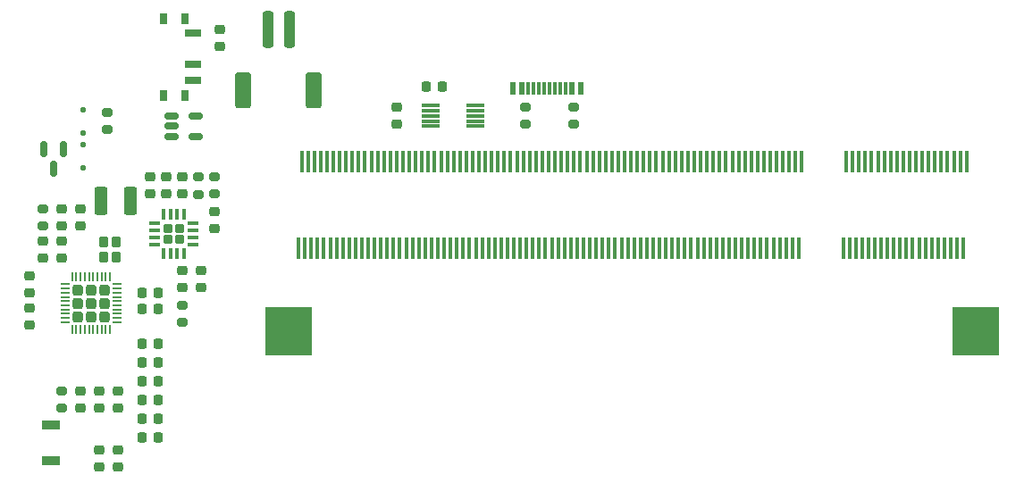
<source format=gbr>
%TF.GenerationSoftware,KiCad,Pcbnew,7.0.2*%
%TF.CreationDate,2023-06-20T04:31:58+02:00*%
%TF.ProjectId,SenseU_Mainboard,53656e73-6555-45f4-9d61-696e626f6172,rev?*%
%TF.SameCoordinates,Original*%
%TF.FileFunction,Paste,Top*%
%TF.FilePolarity,Positive*%
%FSLAX46Y46*%
G04 Gerber Fmt 4.6, Leading zero omitted, Abs format (unit mm)*
G04 Created by KiCad (PCBNEW 7.0.2) date 2023-06-20 04:31:58*
%MOMM*%
%LPD*%
G01*
G04 APERTURE LIST*
G04 Aperture macros list*
%AMRoundRect*
0 Rectangle with rounded corners*
0 $1 Rounding radius*
0 $2 $3 $4 $5 $6 $7 $8 $9 X,Y pos of 4 corners*
0 Add a 4 corners polygon primitive as box body*
4,1,4,$2,$3,$4,$5,$6,$7,$8,$9,$2,$3,0*
0 Add four circle primitives for the rounded corners*
1,1,$1+$1,$2,$3*
1,1,$1+$1,$4,$5*
1,1,$1+$1,$6,$7*
1,1,$1+$1,$8,$9*
0 Add four rect primitives between the rounded corners*
20,1,$1+$1,$2,$3,$4,$5,0*
20,1,$1+$1,$4,$5,$6,$7,0*
20,1,$1+$1,$6,$7,$8,$9,0*
20,1,$1+$1,$8,$9,$2,$3,0*%
G04 Aperture macros list end*
%ADD10RoundRect,0.225000X0.250000X-0.225000X0.250000X0.225000X-0.250000X0.225000X-0.250000X-0.225000X0*%
%ADD11RoundRect,0.218750X0.256250X-0.218750X0.256250X0.218750X-0.256250X0.218750X-0.256250X-0.218750X0*%
%ADD12RoundRect,0.225000X0.225000X0.250000X-0.225000X0.250000X-0.225000X-0.250000X0.225000X-0.250000X0*%
%ADD13RoundRect,0.200000X-0.275000X0.200000X-0.275000X-0.200000X0.275000X-0.200000X0.275000X0.200000X0*%
%ADD14RoundRect,0.225000X-0.250000X0.225000X-0.250000X-0.225000X0.250000X-0.225000X0.250000X0.225000X0*%
%ADD15R,1.500000X0.700000*%
%ADD16R,0.800000X1.000000*%
%ADD17R,1.700000X0.900000*%
%ADD18RoundRect,0.225000X-0.225000X-0.250000X0.225000X-0.250000X0.225000X0.250000X-0.225000X0.250000X0*%
%ADD19RoundRect,0.150000X-0.150000X0.587500X-0.150000X-0.587500X0.150000X-0.587500X0.150000X0.587500X0*%
%ADD20RoundRect,0.218750X-0.256250X0.218750X-0.256250X-0.218750X0.256250X-0.218750X0.256250X0.218750X0*%
%ADD21RoundRect,0.200000X0.275000X-0.200000X0.275000X0.200000X-0.275000X0.200000X-0.275000X-0.200000X0*%
%ADD22RoundRect,0.150000X-0.512500X-0.150000X0.512500X-0.150000X0.512500X0.150000X-0.512500X0.150000X0*%
%ADD23RoundRect,0.125000X-0.125000X0.125000X-0.125000X-0.125000X0.125000X-0.125000X0.125000X0.125000X0*%
%ADD24RoundRect,0.011200X0.783800X0.128800X-0.783800X0.128800X-0.783800X-0.128800X0.783800X-0.128800X0*%
%ADD25RoundRect,0.102000X-0.323000X0.373000X-0.323000X-0.373000X0.323000X-0.373000X0.323000X0.373000X0*%
%ADD26R,0.600000X1.150000*%
%ADD27R,0.300000X1.150000*%
%ADD28RoundRect,0.217500X-0.217500X-0.217500X0.217500X-0.217500X0.217500X0.217500X-0.217500X0.217500X0*%
%ADD29RoundRect,0.075000X-0.462500X-0.075000X0.462500X-0.075000X0.462500X0.075000X-0.462500X0.075000X0*%
%ADD30RoundRect,0.075000X-0.075000X-0.462500X0.075000X-0.462500X0.075000X0.462500X-0.075000X0.462500X0*%
%ADD31RoundRect,0.250000X-0.250000X-1.500000X0.250000X-1.500000X0.250000X1.500000X-0.250000X1.500000X0*%
%ADD32RoundRect,0.250001X-0.499999X-1.449999X0.499999X-1.449999X0.499999X1.449999X-0.499999X1.449999X0*%
%ADD33RoundRect,0.250000X0.375000X1.075000X-0.375000X1.075000X-0.375000X-1.075000X0.375000X-1.075000X0*%
%ADD34R,0.350000X2.000000*%
%ADD35R,4.500000X4.600000*%
%ADD36RoundRect,0.250000X-0.260000X-0.260000X0.260000X-0.260000X0.260000X0.260000X-0.260000X0.260000X0*%
%ADD37RoundRect,0.050000X-0.337500X-0.050000X0.337500X-0.050000X0.337500X0.050000X-0.337500X0.050000X0*%
%ADD38RoundRect,0.050000X-0.050000X-0.337500X0.050000X-0.337500X0.050000X0.337500X-0.050000X0.337500X0*%
G04 APERTURE END LIST*
D10*
%TO.C,C5*%
X132334000Y-104407000D03*
X132334000Y-102857000D03*
%TD*%
D11*
%TO.C,D4*%
X112014000Y-119913500D03*
X112014000Y-118338500D03*
%TD*%
D12*
%TO.C,C6*%
X136665000Y-100838000D03*
X135115000Y-100838000D03*
%TD*%
D13*
%TO.C,R5*%
X112014000Y-121603000D03*
X112014000Y-123253000D03*
%TD*%
D14*
%TO.C,C11*%
X104140000Y-129781000D03*
X104140000Y-131331000D03*
%TD*%
D15*
%TO.C,S1*%
X113002000Y-95794000D03*
X113002000Y-98794000D03*
X113002000Y-100294000D03*
D16*
X112302000Y-94394000D03*
X110202000Y-94394000D03*
X110202000Y-101694000D03*
X112302000Y-101694000D03*
%TD*%
D17*
%TO.C,RST1*%
X99568000Y-136320000D03*
X99568000Y-132920000D03*
%TD*%
D18*
%TO.C,C17*%
X108191000Y-120396000D03*
X109741000Y-120396000D03*
%TD*%
D19*
%TO.C,Q1*%
X100772000Y-106758500D03*
X98872000Y-106758500D03*
X99822000Y-108633500D03*
%TD*%
D20*
%TO.C,F1*%
X115570000Y-95478500D03*
X115570000Y-97053500D03*
%TD*%
D13*
%TO.C,R2*%
X144526000Y-102807000D03*
X144526000Y-104457000D03*
%TD*%
D18*
%TO.C,C19*%
X108191000Y-134112000D03*
X109741000Y-134112000D03*
%TD*%
D21*
%TO.C,R3*%
X104902000Y-104965000D03*
X104902000Y-103315000D03*
%TD*%
D11*
%TO.C,L3*%
X100584000Y-114071500D03*
X100584000Y-112496500D03*
%TD*%
D18*
%TO.C,C8*%
X108191000Y-127000000D03*
X109741000Y-127000000D03*
%TD*%
%TO.C,C10*%
X108191000Y-125222000D03*
X109741000Y-125222000D03*
%TD*%
D11*
%TO.C,L2*%
X100584000Y-117119500D03*
X100584000Y-115544500D03*
%TD*%
D10*
%TO.C,C7*%
X98806000Y-117107000D03*
X98806000Y-115557000D03*
%TD*%
D14*
%TO.C,C1*%
X113792000Y-118351000D03*
X113792000Y-119901000D03*
%TD*%
D10*
%TO.C,C16*%
X102362000Y-114059000D03*
X102362000Y-112509000D03*
%TD*%
D13*
%TO.C,R1*%
X149098000Y-102807000D03*
X149098000Y-104457000D03*
%TD*%
D22*
%TO.C,U1*%
X111027500Y-103670500D03*
X111027500Y-104620500D03*
X111027500Y-105570500D03*
X113302500Y-105570500D03*
X113302500Y-103670500D03*
%TD*%
D23*
%TO.C,D1*%
X102616000Y-106342000D03*
X102616000Y-108542000D03*
%TD*%
D24*
%TO.C,U3*%
X139783000Y-104632000D03*
X139783000Y-104132000D03*
X139783000Y-103632000D03*
X139783000Y-103132000D03*
X139783000Y-102632000D03*
X135553000Y-102632000D03*
X135553000Y-103132000D03*
X135553000Y-103632000D03*
X135553000Y-104132000D03*
X135553000Y-104632000D03*
%TD*%
D21*
%TO.C,R6*%
X113506000Y-111093000D03*
X113506000Y-109443000D03*
%TD*%
D14*
%TO.C,C2*%
X110490000Y-109461000D03*
X110490000Y-111011000D03*
%TD*%
D18*
%TO.C,C14*%
X108191000Y-132334000D03*
X109741000Y-132334000D03*
%TD*%
D14*
%TO.C,C20*%
X105918000Y-129781000D03*
X105918000Y-131331000D03*
%TD*%
D25*
%TO.C,X1*%
X104581000Y-115607000D03*
X104581000Y-117057000D03*
X105731000Y-117057000D03*
X105731000Y-115607000D03*
%TD*%
D26*
%TO.C,J1*%
X149758000Y-101021000D03*
X148958000Y-101021000D03*
D27*
X147808000Y-101021000D03*
X146808000Y-101021000D03*
X146308000Y-101021000D03*
X145308000Y-101021000D03*
D26*
X143358000Y-101021000D03*
X144158000Y-101021000D03*
D27*
X144808000Y-101021000D03*
X145808000Y-101021000D03*
X147308000Y-101021000D03*
X148308000Y-101021000D03*
%TD*%
D18*
%TO.C,C12*%
X108191000Y-130556000D03*
X109741000Y-130556000D03*
%TD*%
D21*
%TO.C,R4*%
X115062000Y-111061000D03*
X115062000Y-109411000D03*
%TD*%
D20*
%TO.C,L4*%
X105918000Y-135356500D03*
X105918000Y-136931500D03*
%TD*%
D14*
%TO.C,C3*%
X112014000Y-109461000D03*
X112014000Y-111011000D03*
%TD*%
D28*
%TO.C,U2*%
X110680000Y-114300000D03*
X110680000Y-115380000D03*
X111760000Y-114300000D03*
X111760000Y-115380000D03*
D29*
X109382500Y-113865000D03*
X109382500Y-114515000D03*
X109382500Y-115165000D03*
X109382500Y-115815000D03*
D30*
X110245000Y-116677500D03*
X110895000Y-116677500D03*
X111545000Y-116677500D03*
X112195000Y-116677500D03*
D29*
X113057500Y-115815000D03*
X113057500Y-115165000D03*
X113057500Y-114515000D03*
X113057500Y-113865000D03*
D30*
X112195000Y-113002500D03*
X111545000Y-113002500D03*
X110895000Y-113002500D03*
X110245000Y-113002500D03*
%TD*%
D13*
%TO.C,R7*%
X98806000Y-112459000D03*
X98806000Y-114109000D03*
%TD*%
D31*
%TO.C,J2*%
X120158000Y-95448000D03*
X122158000Y-95448000D03*
D32*
X117808000Y-101198000D03*
X124508000Y-101198000D03*
%TD*%
D33*
%TO.C,L1*%
X107096000Y-111728000D03*
X104296000Y-111728000D03*
%TD*%
D20*
%TO.C,D3*%
X115062000Y-112750500D03*
X115062000Y-114325500D03*
%TD*%
%TO.C,F2*%
X97536000Y-118846500D03*
X97536000Y-120421500D03*
%TD*%
%TO.C,L5*%
X104140000Y-135356500D03*
X104140000Y-136931500D03*
%TD*%
D18*
%TO.C,C18*%
X108191000Y-121920000D03*
X109741000Y-121920000D03*
%TD*%
D10*
%TO.C,C4*%
X108966000Y-111011000D03*
X108966000Y-109461000D03*
%TD*%
D18*
%TO.C,C13*%
X108191000Y-128778000D03*
X109741000Y-128778000D03*
%TD*%
D14*
%TO.C,C9*%
X102362000Y-129781000D03*
X102362000Y-131331000D03*
%TD*%
D34*
%TO.C,J4*%
X186336000Y-108005500D03*
X186036000Y-116205500D03*
X185736000Y-108005500D03*
X185436000Y-116205500D03*
X185136000Y-108005500D03*
X184836000Y-116205500D03*
X184536000Y-108005500D03*
X184236000Y-116205500D03*
X183936000Y-108005500D03*
X183636000Y-116205500D03*
X183336000Y-108005500D03*
X183036000Y-116205500D03*
X182736000Y-108005500D03*
X182436000Y-116205500D03*
X182136000Y-108005500D03*
X181836000Y-116205500D03*
X181536000Y-108005500D03*
X181236000Y-116205500D03*
X180936000Y-108005500D03*
X180636000Y-116205500D03*
X180336000Y-108005500D03*
X180036000Y-116205500D03*
X179736000Y-108005500D03*
X179436000Y-116205500D03*
X179136000Y-108005500D03*
X178836000Y-116205500D03*
X178536000Y-108005500D03*
X178236000Y-116205500D03*
X177936000Y-108005500D03*
X177636000Y-116205500D03*
X177336000Y-108005500D03*
X177036000Y-116205500D03*
X176736000Y-108005500D03*
X176436000Y-116205500D03*
X176136000Y-108005500D03*
X175836000Y-116205500D03*
X175536000Y-108005500D03*
X175236000Y-116205500D03*
X174936000Y-108005500D03*
X174636000Y-116205500D03*
X170736000Y-108005500D03*
X170436000Y-116205500D03*
X170136000Y-108005500D03*
X169836000Y-116205500D03*
X169536000Y-108005500D03*
X169236000Y-116205500D03*
X168936000Y-108005500D03*
X168636000Y-116205500D03*
X168336000Y-108005500D03*
X168036000Y-116205500D03*
X167736000Y-108005500D03*
X167436000Y-116205500D03*
X167136000Y-108005500D03*
X166836000Y-116205500D03*
X166536000Y-108005500D03*
X166236000Y-116205500D03*
X165936000Y-108005500D03*
X165636000Y-116205500D03*
X165336000Y-108005500D03*
X165036000Y-116205500D03*
X164736000Y-108005500D03*
X164436000Y-116205500D03*
X164136000Y-108005500D03*
X163836000Y-116205500D03*
X163536000Y-108005500D03*
X163236000Y-116205500D03*
X162936000Y-108005500D03*
X162636000Y-116205500D03*
X162336000Y-108005500D03*
X162036000Y-116205500D03*
X161736000Y-108005500D03*
X161436000Y-116205500D03*
X161136000Y-108005500D03*
X160836000Y-116205500D03*
X160536000Y-108005500D03*
X160236000Y-116205500D03*
X159936000Y-108005500D03*
X159636000Y-116205500D03*
X159336000Y-108005500D03*
X159036000Y-116205500D03*
X158736000Y-108005500D03*
X158436000Y-116205500D03*
X158136000Y-108005500D03*
X157836000Y-116205500D03*
X157536000Y-108005500D03*
X157236000Y-116205500D03*
X156936000Y-108005500D03*
X156636000Y-116205500D03*
X156336000Y-108005500D03*
X156036000Y-116205500D03*
X155736000Y-108005500D03*
X155436000Y-116205500D03*
X155136000Y-108005500D03*
X154836000Y-116205500D03*
X154536000Y-108005500D03*
X154236000Y-116205500D03*
X153936000Y-108005500D03*
X153636000Y-116205500D03*
X153336000Y-108005500D03*
X153036000Y-116205500D03*
X152736000Y-108005500D03*
X152436000Y-116205500D03*
X152136000Y-108005500D03*
X151836000Y-116205500D03*
X151536000Y-108005500D03*
X151236000Y-116205500D03*
X150936000Y-108005500D03*
X150636000Y-116205500D03*
X150336000Y-108005500D03*
X150036000Y-116205500D03*
X149736000Y-108005500D03*
X149436000Y-116205500D03*
X149136000Y-108005500D03*
X148836000Y-116205500D03*
X148536000Y-108005500D03*
X148236000Y-116205500D03*
X147936000Y-108005500D03*
X147636000Y-116205500D03*
X147336000Y-108005500D03*
X147036000Y-116205500D03*
X146736000Y-108005500D03*
X146436000Y-116205500D03*
X146136000Y-108005500D03*
X145836000Y-116205500D03*
X145536000Y-108005500D03*
X145236000Y-116205500D03*
X144936000Y-108005500D03*
X144636000Y-116205500D03*
X144336000Y-108005500D03*
X144036000Y-116205500D03*
X143736000Y-108005500D03*
X143436000Y-116205500D03*
X143136000Y-108005500D03*
X142836000Y-116205500D03*
X142536000Y-108005500D03*
X142236000Y-116205500D03*
X141936000Y-108005500D03*
X141636000Y-116205500D03*
X141336000Y-108005500D03*
X141036000Y-116205500D03*
X140736000Y-108005500D03*
X140436000Y-116205500D03*
X140136000Y-108005500D03*
X139836000Y-116205500D03*
X139536000Y-108005500D03*
X139236000Y-116205500D03*
X138936000Y-108005500D03*
X138636000Y-116205500D03*
X138336000Y-108005500D03*
X138036000Y-116205500D03*
X137736000Y-108005500D03*
X137436000Y-116205500D03*
X137136000Y-108005500D03*
X136836000Y-116205500D03*
X136536000Y-108005500D03*
X136236000Y-116205500D03*
X135936000Y-108005500D03*
X135636000Y-116205500D03*
X135336000Y-108005500D03*
X135036000Y-116205500D03*
X134736000Y-108005500D03*
X134436000Y-116205500D03*
X134136000Y-108005500D03*
X133836000Y-116205500D03*
X133536000Y-108005500D03*
X133236000Y-116205500D03*
X132936000Y-108005500D03*
X132636000Y-116205500D03*
X132336000Y-108005500D03*
X132036000Y-116205500D03*
X131736000Y-108005500D03*
X131436000Y-116205500D03*
X131136000Y-108005500D03*
X130836000Y-116205500D03*
X130536000Y-108005500D03*
X130236000Y-116205500D03*
X129936000Y-108005500D03*
X129636000Y-116205500D03*
X129336000Y-108005500D03*
X129036000Y-116205500D03*
X128736000Y-108005500D03*
X128436000Y-116205500D03*
X128136000Y-108005500D03*
X127836000Y-116205500D03*
X127536000Y-108005500D03*
X127236000Y-116205500D03*
X126936000Y-108005500D03*
X126636000Y-116205500D03*
X126336000Y-108005500D03*
X126036000Y-116205500D03*
X125736000Y-108005500D03*
X125436000Y-116205500D03*
X125136000Y-108005500D03*
X124836000Y-116205500D03*
X124536000Y-108005500D03*
X124236000Y-116205500D03*
X123936000Y-108005500D03*
X123636000Y-116205500D03*
X123336000Y-108005500D03*
X123036000Y-116205500D03*
D35*
X187236000Y-124105500D03*
X122136000Y-124105500D03*
%TD*%
D36*
%TO.C,U4*%
X102108000Y-120142000D03*
X102108000Y-121412000D03*
X102108000Y-122682000D03*
X103378000Y-120142000D03*
X103378000Y-121412000D03*
X103378000Y-122682000D03*
X104648000Y-120142000D03*
X104648000Y-121412000D03*
X104648000Y-122682000D03*
D37*
X100890500Y-119612000D03*
X100890500Y-120012000D03*
X100890500Y-120412000D03*
X100890500Y-120812000D03*
X100890500Y-121212000D03*
X100890500Y-121612000D03*
X100890500Y-122012000D03*
X100890500Y-122412000D03*
X100890500Y-122812000D03*
X100890500Y-123212000D03*
D38*
X101578000Y-123899500D03*
X101978000Y-123899500D03*
X102378000Y-123899500D03*
X102778000Y-123899500D03*
X103178000Y-123899500D03*
X103578000Y-123899500D03*
X103978000Y-123899500D03*
X104378000Y-123899500D03*
X104778000Y-123899500D03*
X105178000Y-123899500D03*
D37*
X105865500Y-123212000D03*
X105865500Y-122812000D03*
X105865500Y-122412000D03*
X105865500Y-122012000D03*
X105865500Y-121612000D03*
X105865500Y-121212000D03*
X105865500Y-120812000D03*
X105865500Y-120412000D03*
X105865500Y-120012000D03*
X105865500Y-119612000D03*
D38*
X105178000Y-118924500D03*
X104778000Y-118924500D03*
X104378000Y-118924500D03*
X103978000Y-118924500D03*
X103578000Y-118924500D03*
X103178000Y-118924500D03*
X102778000Y-118924500D03*
X102378000Y-118924500D03*
X101978000Y-118924500D03*
X101578000Y-118924500D03*
%TD*%
D13*
%TO.C,R8*%
X100584000Y-129731000D03*
X100584000Y-131381000D03*
%TD*%
D23*
%TO.C,D2*%
X102616000Y-103040000D03*
X102616000Y-105240000D03*
%TD*%
D14*
%TO.C,C15*%
X97536000Y-121907000D03*
X97536000Y-123457000D03*
%TD*%
M02*

</source>
